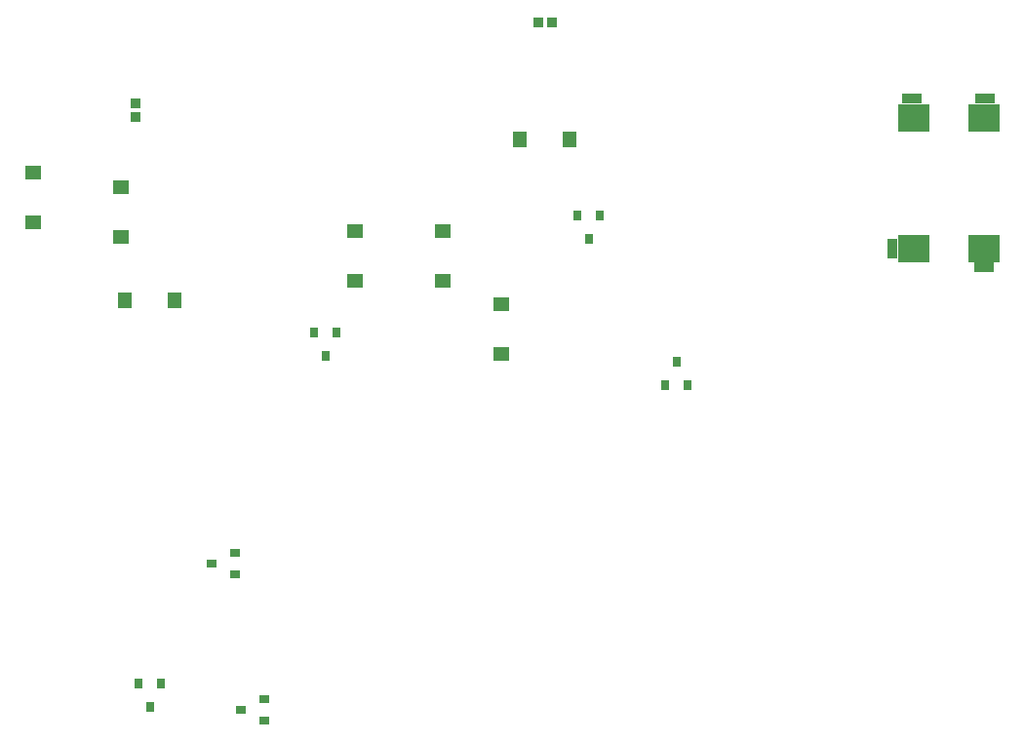
<source format=gtp>
G75*
%MOIN*%
%OFA0B0*%
%FSLAX25Y25*%
%IPPOS*%
%LPD*%
%AMOC8*
5,1,8,0,0,1.08239X$1,22.5*
%
%ADD10R,0.05787X0.05000*%
%ADD11R,0.05000X0.05787*%
%ADD12R,0.11024X0.09449*%
%ADD13R,0.03720X0.06510*%
%ADD14R,0.06510X0.03720*%
%ADD15R,0.03543X0.03150*%
%ADD16R,0.03150X0.03543*%
%ADD17R,0.03543X0.03346*%
%ADD18R,0.03346X0.03543*%
D10*
X0493333Y0246535D03*
X0493333Y0263465D03*
X0523333Y0263465D03*
X0523333Y0246535D03*
X0543333Y0238465D03*
X0543333Y0221535D03*
X0413333Y0261535D03*
X0383333Y0266535D03*
X0413333Y0278465D03*
X0383333Y0283465D03*
D11*
X0414869Y0240000D03*
X0431798Y0240000D03*
X0549869Y0295000D03*
X0566798Y0295000D03*
D12*
X0684318Y0302441D03*
X0708333Y0302441D03*
X0708333Y0257559D03*
X0684318Y0257559D03*
D13*
X0677063Y0257725D03*
D14*
X0708368Y0251180D03*
X0708718Y0308980D03*
X0683778Y0308970D03*
D15*
X0452270Y0153740D03*
X0452270Y0146260D03*
X0444396Y0150000D03*
X0462270Y0103740D03*
X0454396Y0100000D03*
X0462270Y0096260D03*
D16*
X0419593Y0108937D03*
X0427073Y0108937D03*
X0423333Y0101063D03*
X0599593Y0211063D03*
X0607073Y0211063D03*
X0603333Y0218937D03*
X0573333Y0261063D03*
X0569593Y0268937D03*
X0577073Y0268937D03*
X0487073Y0228937D03*
X0479593Y0228937D03*
X0483333Y0221063D03*
D17*
X0418333Y0302717D03*
X0418333Y0307283D03*
D18*
X0556050Y0335000D03*
X0560617Y0335000D03*
M02*

</source>
